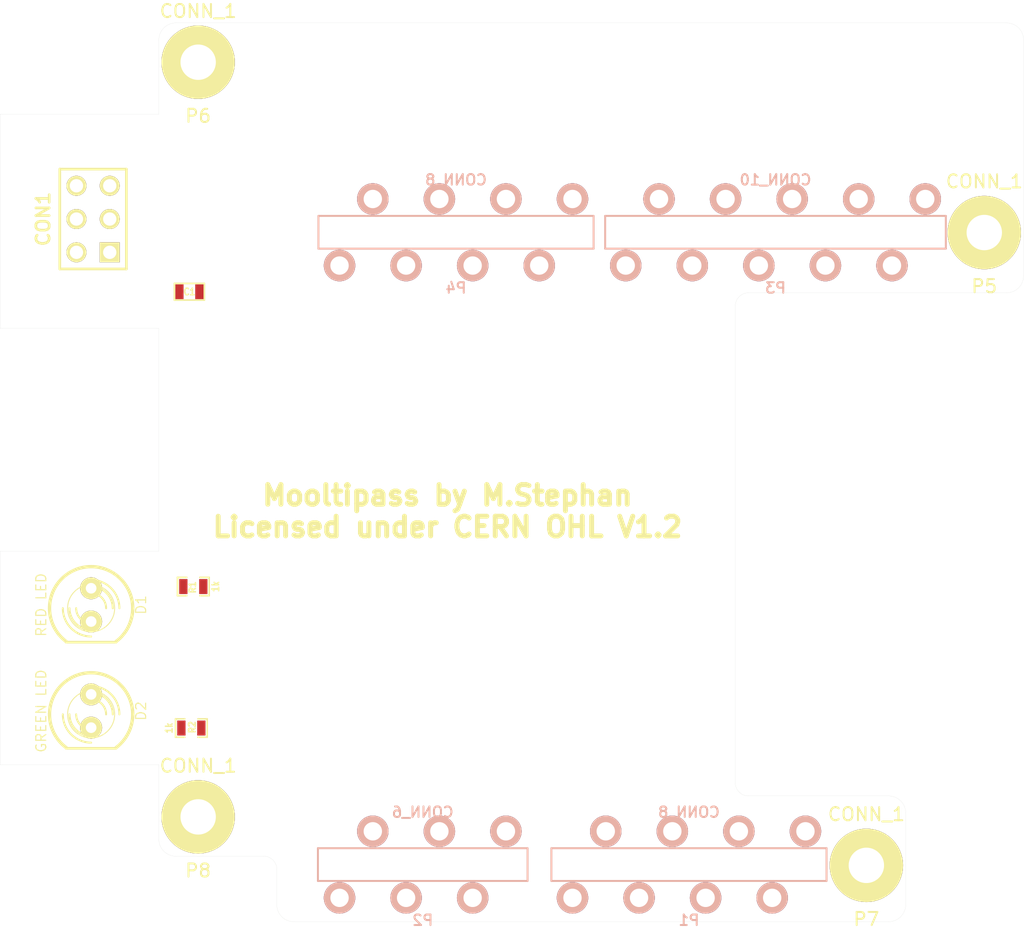
<source format=kicad_pcb>
(kicad_pcb (version 3) (host pcbnew "(2013-07-07 BZR 4022)-stable")

  (general
    (links 27)
    (no_connects 27)
    (area 94.994999 67.115 173.718333 137.945)
    (thickness 1.6)
    (drawings 77)
    (tracks 0)
    (zones 0)
    (modules 14)
    (nets 16)
  )

  (page A4)
  (title_block 
    (title Mooltipass)
    (rev 1.0)
  )

  (layers
    (15 Top.Cu signal)
    (0 Bottom.Cu signal)
    (16 Dessous.Adhes user)
    (17 Dessus.Adhes user)
    (18 Dessous.Pate user)
    (19 Dessus.Pate user)
    (20 Dessous.SilkS user)
    (21 Dessus.SilkS user)
    (22 Dessous.Masque user)
    (23 Dessus.Masque user)
    (24 Dessin.User user)
    (25 Cmts.User user)
    (26 Eco1.User user)
    (27 Eco2.User user)
    (28 Contours.Ci user)
  )

  (setup
    (last_trace_width 0.19)
    (user_trace_width 0.2)
    (user_trace_width 0.3)
    (user_trace_width 0.4)
    (user_trace_width 0.5)
    (user_trace_width 0.7)
    (user_trace_width 1)
    (user_trace_width 2)
    (trace_clearance 0.19)
    (zone_clearance 0.22)
    (zone_45_only no)
    (trace_min 0.19)
    (segment_width 0.01)
    (edge_width 0.01)
    (via_size 0.7)
    (via_drill 0.3)
    (via_min_size 0.7)
    (via_min_drill 0.3)
    (uvia_size 0.508)
    (uvia_drill 0.127)
    (uvias_allowed no)
    (uvia_min_size 0.508)
    (uvia_min_drill 0.127)
    (pcb_text_width 0.3)
    (pcb_text_size 1.5 1.5)
    (mod_edge_width 0.15)
    (mod_text_size 0.8 0.8)
    (mod_text_width 0.15)
    (pad_size 2.4 2.4)
    (pad_drill 1.4)
    (pad_to_mask_clearance 0.15)
    (solder_mask_min_width 0.2)
    (aux_axis_origin 0 0)
    (visible_elements 7FFF7BFF)
    (pcbplotparams
      (layerselection 3145728)
      (usegerberextensions true)
      (excludeedgelayer false)
      (linewidth 0.150000)
      (plotframeref false)
      (viasonmask false)
      (mode 1)
      (useauxorigin false)
      (hpglpennumber 1)
      (hpglpenspeed 20)
      (hpglpendiameter 15)
      (hpglpenoverlay 2)
      (psnegative false)
      (psa4output false)
      (plotreference true)
      (plotvalue false)
      (plotothertext false)
      (plotinvisibletext false)
      (padsonsilk false)
      (subtractmaskfromsilk false)
      (outputformat 1)
      (mirror false)
      (drillshape 0)
      (scaleselection 1)
      (outputdirectory gerbers/))
  )

  (net 0 "")
  (net 1 +5V)
  (net 2 /I2C_SCL)
  (net 3 /I2C_SDA)
  (net 4 /PB4)
  (net 5 /PB6)
  (net 6 /PC6)
  (net 7 /PD2)
  (net 8 /PD3)
  (net 9 /SPI_MISO)
  (net 10 /SPI_MOSI)
  (net 11 /SPI_SCK)
  (net 12 /nRESET)
  (net 13 GND)
  (net 14 N-000003)
  (net 15 N-000004)

  (net_class Default "This is the default net class."
    (clearance 0.19)
    (trace_width 0.19)
    (via_dia 0.7)
    (via_drill 0.3)
    (uvia_dia 0.508)
    (uvia_drill 0.127)
    (add_net "")
    (add_net +5V)
    (add_net /I2C_SCL)
    (add_net /I2C_SDA)
    (add_net /PB4)
    (add_net /PB6)
    (add_net /PC6)
    (add_net /PD2)
    (add_net /PD3)
    (add_net /SPI_MISO)
    (add_net /SPI_MOSI)
    (add_net /SPI_SCK)
    (add_net /nRESET)
    (add_net GND)
    (add_net N-000003)
    (add_net N-000004)
  )

  (module HOLE_FIX_M2.5_SMALL (layer Top.Cu) (tedit 54E09A14) (tstamp 5301CFE6)
    (at 110.12 129.38)
    (path /54F1F631)
    (fp_text reference P8 (at 0 4.1) (layer Dessus.SilkS)
      (effects (font (size 1 1) (thickness 0.15)))
    )
    (fp_text value CONN_1 (at 0 -3.9) (layer Dessus.SilkS)
      (effects (font (size 1 1) (thickness 0.15)))
    )
    (fp_circle (center 0 0) (end 2.5 0) (layer Dessus.SilkS) (width 0.15))
    (pad 1 thru_hole circle (at 0 0) (size 5.6 5.6) (drill 2.7)
      (layers *.Cu *.Mask Dessus.SilkS)
    )
  )

  (module HOLE_FIX_M2.5_SMALL (layer Top.Cu) (tedit 54E09A14) (tstamp 5301E3D6)
    (at 161.12 133.08)
    (path /54F1F62B)
    (fp_text reference P7 (at 0 4.1) (layer Dessus.SilkS)
      (effects (font (size 1 1) (thickness 0.15)))
    )
    (fp_text value CONN_1 (at 0 -3.9) (layer Dessus.SilkS)
      (effects (font (size 1 1) (thickness 0.15)))
    )
    (fp_circle (center 0 0) (end 2.5 0) (layer Dessus.SilkS) (width 0.15))
    (pad 1 thru_hole circle (at 0 0) (size 5.6 5.6) (drill 2.7)
      (layers *.Cu *.Mask Dessus.SilkS)
    )
  )

  (module HOLE_FIX_M2.5_SMALL   locked (layer Top.Cu) (tedit 54E09A14) (tstamp 5301CFDA)
    (at 110.12 71.78)
    (path /54F1F61E)
    (fp_text reference P6 (at 0 4.1) (layer Dessus.SilkS)
      (effects (font (size 1 1) (thickness 0.15)))
    )
    (fp_text value CONN_1 (at 0 -3.9) (layer Dessus.SilkS)
      (effects (font (size 1 1) (thickness 0.15)))
    )
    (fp_circle (center 0 0) (end 2.5 0) (layer Dessus.SilkS) (width 0.15))
    (pad 1 thru_hole circle (at 0 0) (size 5.6 5.6) (drill 2.7)
      (layers *.Cu *.Mask Dessus.SilkS)
    )
  )

  (module HOLE_FIX_M2.5_SMALL   locked (layer Top.Cu) (tedit 54E09A14) (tstamp 5301CFD4)
    (at 170.12 84.78)
    (path /54F1F637)
    (fp_text reference P5 (at 0 4.1) (layer Dessus.SilkS)
      (effects (font (size 1 1) (thickness 0.15)))
    )
    (fp_text value CONN_1 (at 0 -3.9) (layer Dessus.SilkS)
      (effects (font (size 1 1) (thickness 0.15)))
    )
    (fp_circle (center 0 0) (end 2.5 0) (layer Dessus.SilkS) (width 0.15))
    (pad 1 thru_hole circle (at 0 0) (size 5.6 5.6) (drill 2.7)
      (layers *.Cu *.Mask Dessus.SilkS)
    )
  )

  (module SM0603_Resistor (layer Top.Cu) (tedit 5051B21B) (tstamp 530133CA)
    (at 109.75 111.8 180)
    (path /54F1EABD)
    (attr smd)
    (fp_text reference R1 (at 0.0635 -0.0635 270) (layer Dessus.SilkS)
      (effects (font (size 0.50038 0.4572) (thickness 0.1143)))
    )
    (fp_text value 1k (at -1.69926 0 270) (layer Dessus.SilkS)
      (effects (font (size 0.508 0.4572) (thickness 0.1143)))
    )
    (fp_line (start -0.50038 -0.6985) (end -1.2065 -0.6985) (layer Dessus.SilkS) (width 0.127))
    (fp_line (start -1.2065 -0.6985) (end -1.2065 0.6985) (layer Dessus.SilkS) (width 0.127))
    (fp_line (start -1.2065 0.6985) (end -0.50038 0.6985) (layer Dessus.SilkS) (width 0.127))
    (fp_line (start 1.2065 -0.6985) (end 0.50038 -0.6985) (layer Dessus.SilkS) (width 0.127))
    (fp_line (start 1.2065 -0.6985) (end 1.2065 0.6985) (layer Dessus.SilkS) (width 0.127))
    (fp_line (start 1.2065 0.6985) (end 0.50038 0.6985) (layer Dessus.SilkS) (width 0.127))
    (pad 1 smd rect (at -0.762 0 180) (size 0.635 1.143)
      (layers Top.Cu Dessus.Pate Dessus.Masque)
      (net 1 +5V)
    )
    (pad 2 smd rect (at 0.762 0 180) (size 0.635 1.143)
      (layers Top.Cu Dessus.Pate Dessus.Masque)
      (net 14 N-000003)
    )
    (model smd\resistors\R0603.wrl
      (at (xyz 0 0 0.001))
      (scale (xyz 0.5 0.5 0.5))
      (rotate (xyz 0 0 0))
    )
  )

  (module SM0603_Resistor (layer Top.Cu) (tedit 5051B21B) (tstamp 52EAC9FD)
    (at 109.6 122.6)
    (path /54F1EB36)
    (attr smd)
    (fp_text reference R2 (at 0.0635 -0.0635 90) (layer Dessus.SilkS)
      (effects (font (size 0.50038 0.4572) (thickness 0.1143)))
    )
    (fp_text value 1k (at -1.69926 0 90) (layer Dessus.SilkS)
      (effects (font (size 0.508 0.4572) (thickness 0.1143)))
    )
    (fp_line (start -0.50038 -0.6985) (end -1.2065 -0.6985) (layer Dessus.SilkS) (width 0.127))
    (fp_line (start -1.2065 -0.6985) (end -1.2065 0.6985) (layer Dessus.SilkS) (width 0.127))
    (fp_line (start -1.2065 0.6985) (end -0.50038 0.6985) (layer Dessus.SilkS) (width 0.127))
    (fp_line (start 1.2065 -0.6985) (end 0.50038 -0.6985) (layer Dessus.SilkS) (width 0.127))
    (fp_line (start 1.2065 -0.6985) (end 1.2065 0.6985) (layer Dessus.SilkS) (width 0.127))
    (fp_line (start 1.2065 0.6985) (end 0.50038 0.6985) (layer Dessus.SilkS) (width 0.127))
    (pad 1 smd rect (at -0.762 0) (size 0.635 1.143)
      (layers Top.Cu Dessus.Pate Dessus.Masque)
      (net 15 N-000004)
    )
    (pad 2 smd rect (at 0.762 0) (size 0.635 1.143)
      (layers Top.Cu Dessus.Pate Dessus.Masque)
      (net 13 GND)
    )
    (model smd\resistors\R0603.wrl
      (at (xyz 0 0 0.001))
      (scale (xyz 0.5 0.5 0.5))
      (rotate (xyz 0 0 0))
    )
  )

  (module LED-5MM (layer Top.Cu) (tedit 50ADE86B) (tstamp 54F1EE42)
    (at 101.95 121.3 270)
    (descr "LED 5mm - Lead pitch 100mil (2,54mm)")
    (tags "LED led 5mm 5MM 100mil 2,54mm")
    (path /54F1EB1B)
    (fp_text reference D2 (at 0 -3.81 270) (layer Dessus.SilkS)
      (effects (font (size 0.762 0.762) (thickness 0.0889)))
    )
    (fp_text value "GREEN LED" (at 0 3.81 270) (layer Dessus.SilkS)
      (effects (font (size 0.762 0.762) (thickness 0.0889)))
    )
    (fp_line (start 2.8448 1.905) (end 2.8448 -1.905) (layer Dessus.SilkS) (width 0.2032))
    (fp_circle (center 0.254 0) (end -1.016 1.27) (layer Dessus.SilkS) (width 0.0762))
    (fp_arc (start 0.254 0) (end 2.794 1.905) (angle 286.2) (layer Dessus.SilkS) (width 0.254))
    (fp_arc (start 0.254 0) (end -0.889 0) (angle 90) (layer Dessus.SilkS) (width 0.1524))
    (fp_arc (start 0.254 0) (end 1.397 0) (angle 90) (layer Dessus.SilkS) (width 0.1524))
    (fp_arc (start 0.254 0) (end -1.397 0) (angle 90) (layer Dessus.SilkS) (width 0.1524))
    (fp_arc (start 0.254 0) (end 1.905 0) (angle 90) (layer Dessus.SilkS) (width 0.1524))
    (fp_arc (start 0.254 0) (end -1.905 0) (angle 90) (layer Dessus.SilkS) (width 0.1524))
    (fp_arc (start 0.254 0) (end 2.413 0) (angle 90) (layer Dessus.SilkS) (width 0.1524))
    (pad 1 thru_hole circle (at -1.27 0 270) (size 1.6764 1.6764) (drill 0.8128)
      (layers *.Cu *.Mask Dessus.SilkS)
      (net 5 /PB6)
    )
    (pad 2 thru_hole circle (at 1.27 0 270) (size 1.6764 1.6764) (drill 0.8128)
      (layers *.Cu *.Mask Dessus.SilkS)
      (net 15 N-000004)
    )
    (model discret/leds/led5_vertical_verde.wrl
      (at (xyz 0 0 0))
      (scale (xyz 1 1 1))
      (rotate (xyz 0 0 0))
    )
  )

  (module LED-5MM (layer Top.Cu) (tedit 50ADE86B) (tstamp 52EAC945)
    (at 101.95 113.2 270)
    (descr "LED 5mm - Lead pitch 100mil (2,54mm)")
    (tags "LED led 5mm 5MM 100mil 2,54mm")
    (path /54F1EB0E)
    (fp_text reference D1 (at 0 -3.81 270) (layer Dessus.SilkS)
      (effects (font (size 0.762 0.762) (thickness 0.0889)))
    )
    (fp_text value "RED LED" (at 0 3.81 270) (layer Dessus.SilkS)
      (effects (font (size 0.762 0.762) (thickness 0.0889)))
    )
    (fp_line (start 2.8448 1.905) (end 2.8448 -1.905) (layer Dessus.SilkS) (width 0.2032))
    (fp_circle (center 0.254 0) (end -1.016 1.27) (layer Dessus.SilkS) (width 0.0762))
    (fp_arc (start 0.254 0) (end 2.794 1.905) (angle 286.2) (layer Dessus.SilkS) (width 0.254))
    (fp_arc (start 0.254 0) (end -0.889 0) (angle 90) (layer Dessus.SilkS) (width 0.1524))
    (fp_arc (start 0.254 0) (end 1.397 0) (angle 90) (layer Dessus.SilkS) (width 0.1524))
    (fp_arc (start 0.254 0) (end -1.397 0) (angle 90) (layer Dessus.SilkS) (width 0.1524))
    (fp_arc (start 0.254 0) (end 1.905 0) (angle 90) (layer Dessus.SilkS) (width 0.1524))
    (fp_arc (start 0.254 0) (end -1.905 0) (angle 90) (layer Dessus.SilkS) (width 0.1524))
    (fp_arc (start 0.254 0) (end 2.413 0) (angle 90) (layer Dessus.SilkS) (width 0.1524))
    (pad 1 thru_hole circle (at -1.27 0 270) (size 1.6764 1.6764) (drill 0.8128)
      (layers *.Cu *.Mask Dessus.SilkS)
      (net 14 N-000003)
    )
    (pad 2 thru_hole circle (at 1.27 0 270) (size 1.6764 1.6764) (drill 0.8128)
      (layers *.Cu *.Mask Dessus.SilkS)
      (net 5 /PB6)
    )
    (model discret/leds/led5_vertical_verde.wrl
      (at (xyz 0 0 0))
      (scale (xyz 1 1 1))
      (rotate (xyz 0 0 0))
    )
  )

  (module SM0603 (layer Top.Cu) (tedit 4E43A3D1) (tstamp 52EAC9A9)
    (at 109.45 89.3)
    (path /54F1F4BD)
    (attr smd)
    (fp_text reference C1 (at 0 0) (layer Dessus.SilkS)
      (effects (font (size 0.508 0.4572) (thickness 0.1143)))
    )
    (fp_text value 100nF (at 0 0) (layer Dessus.SilkS) hide
      (effects (font (size 0.508 0.4572) (thickness 0.1143)))
    )
    (fp_line (start -1.143 -0.635) (end 1.143 -0.635) (layer Dessus.SilkS) (width 0.127))
    (fp_line (start 1.143 -0.635) (end 1.143 0.635) (layer Dessus.SilkS) (width 0.127))
    (fp_line (start 1.143 0.635) (end -1.143 0.635) (layer Dessus.SilkS) (width 0.127))
    (fp_line (start -1.143 0.635) (end -1.143 -0.635) (layer Dessus.SilkS) (width 0.127))
    (pad 1 smd rect (at -0.762 0) (size 0.635 1.143)
      (layers Top.Cu Dessus.Pate Dessus.Masque)
      (net 1 +5V)
    )
    (pad 2 smd rect (at 0.762 0) (size 0.635 1.143)
      (layers Top.Cu Dessus.Pate Dessus.Masque)
      (net 13 GND)
    )
    (model smd\resistors\R0603.wrl
      (at (xyz 0 0 0.001))
      (scale (xyz 0.5 0.5 0.5))
      (rotate (xyz 0 0 0))
    )
  )

  (module pin_array_3x2 (layer Top.Cu) (tedit 42931587) (tstamp 54F20EA7)
    (at 102.1 83.75 90)
    (descr "Double rangee de contacts 2 x 4 pins")
    (tags CONN)
    (path /54F1DFE0)
    (fp_text reference CON1 (at 0 -3.81 90) (layer Dessus.SilkS)
      (effects (font (size 1.016 1.016) (thickness 0.2032)))
    )
    (fp_text value AVR-ISP-6 (at 0 3.81 90) (layer Dessus.SilkS) hide
      (effects (font (size 1.016 1.016) (thickness 0.2032)))
    )
    (fp_line (start 3.81 2.54) (end -3.81 2.54) (layer Dessus.SilkS) (width 0.2032))
    (fp_line (start -3.81 -2.54) (end 3.81 -2.54) (layer Dessus.SilkS) (width 0.2032))
    (fp_line (start 3.81 -2.54) (end 3.81 2.54) (layer Dessus.SilkS) (width 0.2032))
    (fp_line (start -3.81 2.54) (end -3.81 -2.54) (layer Dessus.SilkS) (width 0.2032))
    (pad 1 thru_hole rect (at -2.54 1.27 90) (size 1.524 1.524) (drill 1.016)
      (layers *.Cu *.Mask Dessus.SilkS)
      (net 9 /SPI_MISO)
    )
    (pad 2 thru_hole circle (at -2.54 -1.27 90) (size 1.524 1.524) (drill 1.016)
      (layers *.Cu *.Mask Dessus.SilkS)
      (net 1 +5V)
    )
    (pad 3 thru_hole circle (at 0 1.27 90) (size 1.524 1.524) (drill 1.016)
      (layers *.Cu *.Mask Dessus.SilkS)
      (net 11 /SPI_SCK)
    )
    (pad 4 thru_hole circle (at 0 -1.27 90) (size 1.524 1.524) (drill 1.016)
      (layers *.Cu *.Mask Dessus.SilkS)
      (net 10 /SPI_MOSI)
    )
    (pad 5 thru_hole circle (at 2.54 1.27 90) (size 1.524 1.524) (drill 1.016)
      (layers *.Cu *.Mask Dessus.SilkS)
      (net 12 /nRESET)
    )
    (pad 6 thru_hole circle (at 2.54 -1.27 90) (size 1.524 1.524) (drill 1.016)
      (layers *.Cu *.Mask Dessus.SilkS)
      (net 13 GND)
    )
    (model pin_array/pins_array_3x2.wrl
      (at (xyz 0 0 0))
      (scale (xyz 1 1 1))
      (rotate (xyz 0 0 0))
    )
  )

  (module CON_8_THROUGH_POGO   locked (layer Bottom.Cu) (tedit 54F20169) (tstamp 52EACB44)
    (at 147.58 133.02 180)
    (path /53010982)
    (fp_text reference P1 (at 0 -4.25 180) (layer Dessous.SilkS)
      (effects (font (size 0.8 0.8) (thickness 0.15)) (justify mirror))
    )
    (fp_text value CONN_8 (at 0 4 180) (layer Dessous.SilkS)
      (effects (font (size 0.8 0.8) (thickness 0.15)) (justify mirror))
    )
    (fp_line (start -10.5 1.25) (end 10.5 1.25) (layer Dessous.SilkS) (width 0.15))
    (fp_line (start 10.5 1.25) (end 10.5 -1.25) (layer Dessous.SilkS) (width 0.15))
    (fp_line (start 10.5 -1.25) (end -10.5 -1.25) (layer Dessous.SilkS) (width 0.15))
    (fp_line (start -10.5 -1.25) (end -10.5 1.25) (layer Dessous.SilkS) (width 0.15))
    (pad 1 thru_hole circle (at -8.89 2.54 180) (size 2.4 2.4) (drill 1.4)
      (layers *.Cu *.Mask Dessous.SilkS)
    )
    (pad 2 thru_hole circle (at -6.35 -2.54 180) (size 2.4 2.4) (drill 1.4)
      (layers *.Cu *.Mask Dessous.SilkS)
      (net 1 +5V)
    )
    (pad 3 thru_hole circle (at -3.81 2.54 180) (size 2.4 2.4) (drill 1.4)
      (layers *.Cu *.Mask Dessous.SilkS)
      (net 12 /nRESET)
    )
    (pad 4 thru_hole circle (at -1.27 -2.54 180) (size 2.4 2.4) (drill 1.4)
      (layers *.Cu *.Mask Dessous.SilkS)
    )
    (pad 5 thru_hole circle (at 1.27 2.54 180) (size 2.4 2.4) (drill 1.4)
      (layers *.Cu *.Mask Dessous.SilkS)
      (net 1 +5V)
    )
    (pad 6 thru_hole circle (at 3.81 -2.54 180) (size 2.4 2.4) (drill 1.4)
      (layers *.Cu *.Mask Dessous.SilkS)
      (net 13 GND)
    )
    (pad 7 thru_hole circle (at 6.35 2.54 180) (size 2.4 2.4) (drill 1.4)
      (layers *.Cu *.Mask Dessous.SilkS)
      (net 13 GND)
    )
    (pad 8 thru_hole circle (at 8.89 -2.54 180) (size 2.4 2.4) (drill 1.4)
      (layers *.Cu *.Mask Dessous.SilkS)
    )
  )

  (module CON_10_THROUGH_POGO   locked (layer Bottom.Cu) (tedit 54F202AE) (tstamp 52EACF5F)
    (at 154.184 84.76 180)
    (path /53010939)
    (fp_text reference P3 (at 0 -4.25 180) (layer Dessous.SilkS)
      (effects (font (size 0.8 0.8) (thickness 0.15)) (justify mirror))
    )
    (fp_text value CONN_10 (at 0 4 180) (layer Dessous.SilkS)
      (effects (font (size 0.8 0.8) (thickness 0.15)) (justify mirror))
    )
    (fp_line (start -13 1.25) (end 13 1.25) (layer Dessous.SilkS) (width 0.15))
    (fp_line (start 13 1.25) (end 13 -1.25) (layer Dessous.SilkS) (width 0.15))
    (fp_line (start 13 -1.25) (end -13 -1.25) (layer Dessous.SilkS) (width 0.15))
    (fp_line (start -13 -1.25) (end -13 1.25) (layer Dessous.SilkS) (width 0.15))
    (pad 1 thru_hole circle (at -11.43 2.54 180) (size 2.4 2.4) (drill 1.4)
      (layers *.Cu *.Mask Dessous.SilkS)
      (net 2 /I2C_SCL)
    )
    (pad 2 thru_hole circle (at -8.89 -2.54 180) (size 2.4 2.4) (drill 1.4)
      (layers *.Cu *.Mask Dessous.SilkS)
      (net 3 /I2C_SDA)
    )
    (pad 3 thru_hole circle (at -6.35 2.54 180) (size 2.4 2.4) (drill 1.4)
      (layers *.Cu *.Mask Dessous.SilkS)
    )
    (pad 4 thru_hole circle (at -3.81 -2.54 180) (size 2.4 2.4) (drill 1.4)
      (layers *.Cu *.Mask Dessous.SilkS)
      (net 13 GND)
    )
    (pad 5 thru_hole circle (at -1.27 2.54 180) (size 2.4 2.4) (drill 1.4)
      (layers *.Cu *.Mask Dessous.SilkS)
      (net 11 /SPI_SCK)
    )
    (pad 6 thru_hole circle (at 1.27 -2.54 180) (size 2.4 2.4) (drill 1.4)
      (layers *.Cu *.Mask Dessous.SilkS)
      (net 9 /SPI_MISO)
    )
    (pad 7 thru_hole circle (at 3.81 2.54 180) (size 2.4 2.4) (drill 1.4)
      (layers *.Cu *.Mask Dessous.SilkS)
      (net 10 /SPI_MOSI)
    )
    (pad 8 thru_hole circle (at 6.35 -2.54 180) (size 2.4 2.4) (drill 1.4)
      (layers *.Cu *.Mask Dessous.SilkS)
      (net 5 /PB6)
    )
    (pad 10 thru_hole circle (at 11.43 -2.54 180) (size 2.4 2.4) (drill 1.4)
      (layers *.Cu *.Mask Dessous.SilkS)
      (net 4 /PB4)
    )
    (pad 9 thru_hole circle (at 8.89 2.54 180) (size 2.4 2.4) (drill 1.4)
      (layers *.Cu *.Mask Dessous.SilkS)
      (net 13 GND)
    )
  )

  (module CON_6_THROUGH_POGO   locked (layer Bottom.Cu) (tedit 54F200F4) (tstamp 52EACF59)
    (at 127.26 133.02 180)
    (path /53010957)
    (fp_text reference P2 (at 0 -4.25 180) (layer Dessous.SilkS)
      (effects (font (size 0.8 0.8) (thickness 0.15)) (justify mirror))
    )
    (fp_text value CONN_6 (at 0 4 180) (layer Dessous.SilkS)
      (effects (font (size 0.8 0.8) (thickness 0.15)) (justify mirror))
    )
    (fp_line (start -8 1.25) (end 8 1.25) (layer Dessous.SilkS) (width 0.15))
    (fp_line (start 8 1.25) (end 8 -1.25) (layer Dessous.SilkS) (width 0.15))
    (fp_line (start 8 -1.25) (end -8 -1.25) (layer Dessous.SilkS) (width 0.15))
    (fp_line (start -8 -1.25) (end -8 1.25) (layer Dessous.SilkS) (width 0.15))
    (pad 1 thru_hole circle (at -6.35 2.54 180) (size 2.4 2.4) (drill 1.4)
      (layers *.Cu *.Mask Dessous.SilkS)
      (net 2 /I2C_SCL)
    )
    (pad 2 thru_hole circle (at -3.81 -2.54 180) (size 2.4 2.4) (drill 1.4)
      (layers *.Cu *.Mask Dessous.SilkS)
      (net 3 /I2C_SDA)
    )
    (pad 3 thru_hole circle (at -1.27 2.54 180) (size 2.4 2.4) (drill 1.4)
      (layers *.Cu *.Mask Dessous.SilkS)
    )
    (pad 4 thru_hole circle (at 1.27 -2.54 180) (size 2.4 2.4) (drill 1.4)
      (layers *.Cu *.Mask Dessous.SilkS)
    )
    (pad 5 thru_hole circle (at 3.81 2.54 180) (size 2.4 2.4) (drill 1.4)
      (layers *.Cu *.Mask Dessous.SilkS)
      (net 8 /PD3)
    )
    (pad 6 thru_hole circle (at 6.35 -2.54 180) (size 2.4 2.4) (drill 1.4)
      (layers *.Cu *.Mask Dessous.SilkS)
      (net 7 /PD2)
    )
  )

  (module CON_8_THROUGH_POGO   locked (layer Bottom.Cu) (tedit 54F20169) (tstamp 52EACF65)
    (at 129.8 84.76 180)
    (path /53010948)
    (fp_text reference P4 (at 0 -4.25 180) (layer Dessous.SilkS)
      (effects (font (size 0.8 0.8) (thickness 0.15)) (justify mirror))
    )
    (fp_text value CONN_8 (at 0 4 180) (layer Dessous.SilkS)
      (effects (font (size 0.8 0.8) (thickness 0.15)) (justify mirror))
    )
    (fp_line (start -10.5 1.25) (end 10.5 1.25) (layer Dessous.SilkS) (width 0.15))
    (fp_line (start 10.5 1.25) (end 10.5 -1.25) (layer Dessous.SilkS) (width 0.15))
    (fp_line (start 10.5 -1.25) (end -10.5 -1.25) (layer Dessous.SilkS) (width 0.15))
    (fp_line (start -10.5 -1.25) (end -10.5 1.25) (layer Dessous.SilkS) (width 0.15))
    (pad 1 thru_hole circle (at -8.89 2.54 180) (size 2.4 2.4) (drill 1.4)
      (layers *.Cu *.Mask Dessous.SilkS)
      (net 4 /PB4)
    )
    (pad 2 thru_hole circle (at -6.35 -2.54 180) (size 2.4 2.4) (drill 1.4)
      (layers *.Cu *.Mask Dessous.SilkS)
      (net 4 /PB4)
    )
    (pad 3 thru_hole circle (at -3.81 2.54 180) (size 2.4 2.4) (drill 1.4)
      (layers *.Cu *.Mask Dessous.SilkS)
      (net 6 /PC6)
    )
    (pad 4 thru_hole circle (at -1.27 -2.54 180) (size 2.4 2.4) (drill 1.4)
      (layers *.Cu *.Mask Dessous.SilkS)
      (net 6 /PC6)
    )
    (pad 5 thru_hole circle (at 1.27 2.54 180) (size 2.4 2.4) (drill 1.4)
      (layers *.Cu *.Mask Dessous.SilkS)
      (net 2 /I2C_SCL)
    )
    (pad 6 thru_hole circle (at 3.81 -2.54 180) (size 2.4 2.4) (drill 1.4)
      (layers *.Cu *.Mask Dessous.SilkS)
      (net 3 /I2C_SDA)
    )
    (pad 7 thru_hole circle (at 6.35 2.54 180) (size 2.4 2.4) (drill 1.4)
      (layers *.Cu *.Mask Dessous.SilkS)
      (net 8 /PD3)
    )
    (pad 8 thru_hole circle (at 8.89 -2.54 180) (size 2.4 2.4) (drill 1.4)
      (layers *.Cu *.Mask Dessous.SilkS)
      (net 7 /PD2)
    )
  )

  (gr_line (start 107.1 125.4) (end 104.05 125.4) (angle 90) (layer Eco1.User) (width 0.01))
  (gr_line (start 107.15 75.75) (end 102.1 75.75) (angle 90) (layer Eco1.User) (width 0.01))
  (gr_text "Mooltipass by M.Stephan\nLicensed under CERN OHL V1.2" (at 129.15 106.05) (layer Dessus.SilkS)
    (effects (font (size 1.5 1.5) (thickness 0.375)))
  )
  (gr_line (start 107.12 131.08) (end 107.12 125.4) (angle 90) (layer Contours.Ci) (width 0.01))
  (gr_line (start 107.12 125.4) (end 95 125.4) (layer Contours.Ci) (width 0.01))
  (gr_line (start 95 125.4) (end 95 109.1) (angle 90) (layer Contours.Ci) (width 0.01))
  (gr_line (start 95 109.1) (end 107.12 109.1) (layer Contours.Ci) (width 0.01))
  (gr_line (start 107.12 109.1) (end 107.12 92.1) (angle 90) (layer Contours.Ci) (width 0.01))
  (gr_line (start 107.12 92.1) (end 95 92.1) (layer Contours.Ci) (width 0.01))
  (gr_line (start 95 92.1) (end 95 75.75) (angle 90) (layer Contours.Ci) (width 0.01))
  (gr_line (start 95 75.75) (end 107.12 75.75) (layer Contours.Ci) (width 0.01))
  (gr_line (start 107.12 75.75) (end 107.12 70.08) (layer Contours.Ci) (width 0.01))
  (gr_arc (start 108.419999 70.08) (end 108.419999 68.780001) (angle -90) (layer Contours.Ci) (width 0.01) (tstamp 5300D684))
  (gr_line (start 118.62 68.78) (end 118.62 69.58) (angle 90) (layer Cmts.User) (width 0.01))
  (gr_line (start 112.919999 73.08) (end 112.919999 71.08) (angle 90) (layer Cmts.User) (width 0.01))
  (gr_line (start 109.419999 74.58) (end 111.419999 74.58) (angle 90) (layer Cmts.User) (width 0.01))
  (gr_line (start 107.919999 125.08) (end 107.919999 76.08) (angle 90) (layer Cmts.User) (width 0.01))
  (gr_line (start 111.419999 126.58) (end 109.419999 126.58) (angle 90) (layer Cmts.User) (width 0.01))
  (gr_line (start 112.919999 130.08) (end 112.919999 128.08) (angle 90) (layer Cmts.User) (width 0.01))
  (gr_line (start 115.419999 131.58) (end 114.419999 131.58) (angle 90) (layer Cmts.User) (width 0.01))
  (gr_line (start 116.919999 135.08) (end 116.919999 133.08) (angle 90) (layer Cmts.User) (width 0.01))
  (gr_line (start 157.32 136.58) (end 118.419999 136.58) (angle 90) (layer Cmts.User) (width 0.01))
  (gr_line (start 158.82 130.08) (end 158.82 135.08) (angle 90) (layer Cmts.User) (width 0.01))
  (gr_line (start 151.62 128.58) (end 157.32 128.58) (angle 90) (layer Cmts.User) (width 0.01))
  (gr_line (start 150.12 90.08) (end 150.12 127.08) (angle 90) (layer Cmts.User) (width 0.01))
  (gr_line (start 166.320001 88.58) (end 151.62 88.58) (angle 90) (layer Cmts.User) (width 0.01))
  (gr_line (start 167.820001 74.004711) (end 167.820001 87.08) (angle 90) (layer Cmts.User) (width 0.01))
  (gr_line (start 173.12 71.435) (end 168.931771 72.555822) (angle 90) (layer Cmts.User) (width 0.01))
  (gr_line (start 114.419999 69.58) (end 118.62 69.58) (angle 90) (layer Cmts.User) (width 0.01))
  (gr_line (start 136.97 131.521601) (end 136.97 134.521601) (angle 90) (layer Cmts.User) (width 0.01))
  (gr_line (start 136.97 134.521601) (end 158.19 134.521601) (angle 90) (layer Cmts.User) (width 0.01))
  (gr_line (start 158.19 134.521601) (end 158.19 131.521601) (angle 90) (layer Cmts.User) (width 0.01))
  (gr_line (start 158.19 131.521601) (end 136.97 131.521601) (angle 90) (layer Cmts.User) (width 0.01))
  (gr_line (start 119.19 83.261601) (end 119.19 86.2616) (angle 90) (layer Cmts.User) (width 0.01))
  (gr_line (start 119.19 86.2616) (end 140.41 86.2616) (angle 90) (layer Cmts.User) (width 0.01))
  (gr_line (start 140.41 86.2616) (end 140.41 83.261601) (angle 90) (layer Cmts.User) (width 0.01))
  (gr_line (start 140.41 83.261601) (end 119.19 83.261601) (angle 90) (layer Cmts.User) (width 0.01))
  (gr_line (start 167.334001 86.2616) (end 167.334001 83.261601) (angle 90) (layer Cmts.User) (width 0.01))
  (gr_line (start 167.334001 83.261601) (end 141.034 83.261601) (angle 90) (layer Cmts.User) (width 0.01))
  (gr_line (start 141.034 83.261601) (end 141.034 86.2616) (angle 90) (layer Cmts.User) (width 0.01))
  (gr_line (start 141.034 86.2616) (end 167.334001 86.2616) (angle 90) (layer Cmts.User) (width 0.01))
  (gr_line (start 119.19 134.521601) (end 135.33 134.521601) (angle 90) (layer Cmts.User) (width 0.01))
  (gr_line (start 135.33 134.521601) (end 135.33 131.521601) (angle 90) (layer Cmts.User) (width 0.01))
  (gr_line (start 135.33 131.521601) (end 119.19 131.521601) (angle 90) (layer Cmts.User) (width 0.01))
  (gr_line (start 119.19 131.521601) (end 119.19 134.521601) (angle 90) (layer Cmts.User) (width 0.01))
  (gr_arc (start 111.419997 73.080001) (end 111.419999 74.58) (angle -89.9) (layer Cmts.User) (width 0.01))
  (gr_arc (start 109.420002 76.079999) (end 109.419999 74.58) (angle -89.9) (layer Cmts.User) (width 0.01))
  (gr_arc (start 109.419998 125.079999) (end 107.919999 125.08) (angle -89.9) (layer Cmts.User) (width 0.01))
  (gr_arc (start 111.42 128.080001) (end 112.919999 128.08) (angle -89.9) (layer Cmts.User) (width 0.01))
  (gr_arc (start 114.419998 130.079999) (end 112.919999 130.08) (angle -89.9) (layer Cmts.User) (width 0.01))
  (gr_arc (start 115.42 133.080001) (end 116.919999 133.08) (angle -89.9) (layer Cmts.User) (width 0.01))
  (gr_arc (start 118.419998 135.079997) (end 116.919999 135.08) (angle -89.9) (layer Cmts.User) (width 0.01))
  (gr_arc (start 157.319999 135.080001) (end 157.32 136.58) (angle -89.9) (layer Cmts.User) (width 0.01))
  (gr_arc (start 157.320001 130.079999) (end 158.82 130.08) (angle -90) (layer Cmts.User) (width 0.01))
  (gr_arc (start 151.619999 127.080001) (end 150.12 127.08) (angle -90) (layer Cmts.User) (width 0.01))
  (gr_arc (start 151.62 90.080001) (end 151.62 88.58) (angle -89.9) (layer Cmts.User) (width 0.01))
  (gr_arc (start 166.320002 87.080001) (end 166.320001 88.58) (angle -90) (layer Cmts.User) (width 0.01))
  (gr_arc (start 169.320002 74.004712) (end 168.931771 72.555822) (angle -74.9) (layer Cmts.User) (width 0.01))
  (gr_arc (start 114.420002 71.079999) (end 114.419999 69.58) (angle -89.9) (layer Cmts.User) (width 0.01))
  (gr_line (start 116.12 133.379999) (end 116.12 136.08) (angle 90) (layer Contours.Ci) (width 0.01))
  (gr_line (start 108.419999 132.379999) (end 115.12 132.379999) (angle 90) (layer Contours.Ci) (width 0.01))
  (gr_line (start 171.820001 68.780001) (end 108.419999 68.780001) (angle 90) (layer Contours.Ci) (width 0.01))
  (gr_line (start 173.12 88.08) (end 173.12 70.08) (angle 90) (layer Contours.Ci) (width 0.01))
  (gr_line (start 152.12 89.38) (end 171.820001 89.38) (angle 90) (layer Contours.Ci) (width 0.01))
  (gr_line (start 151.12 126.780001) (end 151.12 90.38) (angle 90) (layer Contours.Ci) (width 0.01))
  (gr_line (start 162.82 127.780001) (end 152.12 127.780001) (angle 90) (layer Contours.Ci) (width 0.01))
  (gr_line (start 164.12 136.08) (end 164.12 129.08) (angle 90) (layer Contours.Ci) (width 0.01))
  (gr_line (start 117.419999 137.379999) (end 162.82 137.379999) (angle 90) (layer Contours.Ci) (width 0.01))
  (gr_arc (start 115.120001 133.379998) (end 116.12 133.379999) (angle -90) (layer Contours.Ci) (width 0.01))
  (gr_arc (start 108.419999 131.08) (end 107.12 131.08) (angle -90) (layer Contours.Ci) (width 0.01))
  (gr_arc (start 171.819999 70.08) (end 173.12 70.08) (angle -90) (layer Contours.Ci) (width 0.01))
  (gr_arc (start 171.819999 88.080001) (end 171.820001 89.38) (angle -89.9) (layer Contours.Ci) (width 0.01))
  (gr_arc (start 152.120005 90.379995) (end 152.12 89.38) (angle -89.9) (layer Contours.Ci) (width 0.01))
  (gr_arc (start 152.119994 126.779996) (end 151.12 126.780001) (angle -89.9) (layer Contours.Ci) (width 0.01))
  (gr_arc (start 162.82 129.080002) (end 164.12 129.08) (angle -89.9) (layer Contours.Ci) (width 0.01))
  (gr_arc (start 162.819999 136.08) (end 162.82 137.379999) (angle -89.9) (layer Contours.Ci) (width 0.01))
  (gr_arc (start 117.419999 136.079996) (end 116.12 136.08) (angle -89.9) (layer Contours.Ci) (width 0.01))

)

</source>
